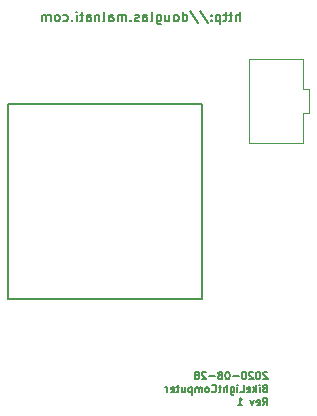
<source format=gbr>
G04 #@! TF.GenerationSoftware,KiCad,Pcbnew,(5.1.5)-3*
G04 #@! TF.CreationDate,2020-08-28T01:49:56-04:00*
G04 #@! TF.ProjectId,BikeLightComputer,42696b65-4c69-4676-9874-436f6d707574,rev?*
G04 #@! TF.SameCoordinates,Original*
G04 #@! TF.FileFunction,Legend,Bot*
G04 #@! TF.FilePolarity,Positive*
%FSLAX46Y46*%
G04 Gerber Fmt 4.6, Leading zero omitted, Abs format (unit mm)*
G04 Created by KiCad (PCBNEW (5.1.5)-3) date 2020-08-28 01:49:56*
%MOMM*%
%LPD*%
G04 APERTURE LIST*
%ADD10C,0.150000*%
%ADD11C,0.120000*%
%ADD12C,0.127000*%
G04 APERTURE END LIST*
D10*
X168380228Y-62343695D02*
X168380228Y-61530895D01*
X168031885Y-62343695D02*
X168031885Y-61917942D01*
X168070590Y-61840533D01*
X168148000Y-61801828D01*
X168264114Y-61801828D01*
X168341523Y-61840533D01*
X168380228Y-61879238D01*
X167760952Y-61801828D02*
X167451314Y-61801828D01*
X167644838Y-61530895D02*
X167644838Y-62227580D01*
X167606133Y-62304990D01*
X167528723Y-62343695D01*
X167451314Y-62343695D01*
X167296495Y-61801828D02*
X166986857Y-61801828D01*
X167180380Y-61530895D02*
X167180380Y-62227580D01*
X167141676Y-62304990D01*
X167064266Y-62343695D01*
X166986857Y-62343695D01*
X166715923Y-61801828D02*
X166715923Y-62614628D01*
X166715923Y-61840533D02*
X166638514Y-61801828D01*
X166483695Y-61801828D01*
X166406285Y-61840533D01*
X166367580Y-61879238D01*
X166328876Y-61956647D01*
X166328876Y-62188876D01*
X166367580Y-62266285D01*
X166406285Y-62304990D01*
X166483695Y-62343695D01*
X166638514Y-62343695D01*
X166715923Y-62304990D01*
X165980533Y-62266285D02*
X165941828Y-62304990D01*
X165980533Y-62343695D01*
X166019238Y-62304990D01*
X165980533Y-62266285D01*
X165980533Y-62343695D01*
X165980533Y-61840533D02*
X165941828Y-61879238D01*
X165980533Y-61917942D01*
X166019238Y-61879238D01*
X165980533Y-61840533D01*
X165980533Y-61917942D01*
X165012914Y-61492190D02*
X165709600Y-62537219D01*
X164161409Y-61492190D02*
X164858095Y-62537219D01*
X163542133Y-62343695D02*
X163542133Y-61530895D01*
X163542133Y-62304990D02*
X163619542Y-62343695D01*
X163774361Y-62343695D01*
X163851771Y-62304990D01*
X163890476Y-62266285D01*
X163929180Y-62188876D01*
X163929180Y-61956647D01*
X163890476Y-61879238D01*
X163851771Y-61840533D01*
X163774361Y-61801828D01*
X163619542Y-61801828D01*
X163542133Y-61840533D01*
X163038971Y-62343695D02*
X163116380Y-62304990D01*
X163155085Y-62266285D01*
X163193790Y-62188876D01*
X163193790Y-61956647D01*
X163155085Y-61879238D01*
X163116380Y-61840533D01*
X163038971Y-61801828D01*
X162922857Y-61801828D01*
X162845447Y-61840533D01*
X162806742Y-61879238D01*
X162768038Y-61956647D01*
X162768038Y-62188876D01*
X162806742Y-62266285D01*
X162845447Y-62304990D01*
X162922857Y-62343695D01*
X163038971Y-62343695D01*
X162071352Y-61801828D02*
X162071352Y-62343695D01*
X162419695Y-61801828D02*
X162419695Y-62227580D01*
X162380990Y-62304990D01*
X162303580Y-62343695D01*
X162187466Y-62343695D01*
X162110057Y-62304990D01*
X162071352Y-62266285D01*
X161335961Y-61801828D02*
X161335961Y-62459809D01*
X161374666Y-62537219D01*
X161413371Y-62575923D01*
X161490780Y-62614628D01*
X161606895Y-62614628D01*
X161684304Y-62575923D01*
X161335961Y-62304990D02*
X161413371Y-62343695D01*
X161568190Y-62343695D01*
X161645600Y-62304990D01*
X161684304Y-62266285D01*
X161723009Y-62188876D01*
X161723009Y-61956647D01*
X161684304Y-61879238D01*
X161645600Y-61840533D01*
X161568190Y-61801828D01*
X161413371Y-61801828D01*
X161335961Y-61840533D01*
X160832800Y-62343695D02*
X160910209Y-62304990D01*
X160948914Y-62227580D01*
X160948914Y-61530895D01*
X160174819Y-62343695D02*
X160174819Y-61917942D01*
X160213523Y-61840533D01*
X160290933Y-61801828D01*
X160445752Y-61801828D01*
X160523161Y-61840533D01*
X160174819Y-62304990D02*
X160252228Y-62343695D01*
X160445752Y-62343695D01*
X160523161Y-62304990D01*
X160561866Y-62227580D01*
X160561866Y-62150171D01*
X160523161Y-62072761D01*
X160445752Y-62034057D01*
X160252228Y-62034057D01*
X160174819Y-61995352D01*
X159826476Y-62304990D02*
X159749066Y-62343695D01*
X159594247Y-62343695D01*
X159516838Y-62304990D01*
X159478133Y-62227580D01*
X159478133Y-62188876D01*
X159516838Y-62111466D01*
X159594247Y-62072761D01*
X159710361Y-62072761D01*
X159787771Y-62034057D01*
X159826476Y-61956647D01*
X159826476Y-61917942D01*
X159787771Y-61840533D01*
X159710361Y-61801828D01*
X159594247Y-61801828D01*
X159516838Y-61840533D01*
X159129790Y-62266285D02*
X159091085Y-62304990D01*
X159129790Y-62343695D01*
X159168495Y-62304990D01*
X159129790Y-62266285D01*
X159129790Y-62343695D01*
X158742742Y-62343695D02*
X158742742Y-61801828D01*
X158742742Y-61879238D02*
X158704038Y-61840533D01*
X158626628Y-61801828D01*
X158510514Y-61801828D01*
X158433104Y-61840533D01*
X158394400Y-61917942D01*
X158394400Y-62343695D01*
X158394400Y-61917942D02*
X158355695Y-61840533D01*
X158278285Y-61801828D01*
X158162171Y-61801828D01*
X158084761Y-61840533D01*
X158046057Y-61917942D01*
X158046057Y-62343695D01*
X157310666Y-62343695D02*
X157310666Y-61917942D01*
X157349371Y-61840533D01*
X157426780Y-61801828D01*
X157581600Y-61801828D01*
X157659009Y-61840533D01*
X157310666Y-62304990D02*
X157388076Y-62343695D01*
X157581600Y-62343695D01*
X157659009Y-62304990D01*
X157697714Y-62227580D01*
X157697714Y-62150171D01*
X157659009Y-62072761D01*
X157581600Y-62034057D01*
X157388076Y-62034057D01*
X157310666Y-61995352D01*
X156807504Y-62343695D02*
X156884914Y-62304990D01*
X156923619Y-62227580D01*
X156923619Y-61530895D01*
X156497866Y-61801828D02*
X156497866Y-62343695D01*
X156497866Y-61879238D02*
X156459161Y-61840533D01*
X156381752Y-61801828D01*
X156265638Y-61801828D01*
X156188228Y-61840533D01*
X156149523Y-61917942D01*
X156149523Y-62343695D01*
X155414133Y-62343695D02*
X155414133Y-61917942D01*
X155452838Y-61840533D01*
X155530247Y-61801828D01*
X155685066Y-61801828D01*
X155762476Y-61840533D01*
X155414133Y-62304990D02*
X155491542Y-62343695D01*
X155685066Y-62343695D01*
X155762476Y-62304990D01*
X155801180Y-62227580D01*
X155801180Y-62150171D01*
X155762476Y-62072761D01*
X155685066Y-62034057D01*
X155491542Y-62034057D01*
X155414133Y-61995352D01*
X155143200Y-61801828D02*
X154833561Y-61801828D01*
X155027085Y-61530895D02*
X155027085Y-62227580D01*
X154988380Y-62304990D01*
X154910971Y-62343695D01*
X154833561Y-62343695D01*
X154562628Y-62343695D02*
X154562628Y-61801828D01*
X154562628Y-61530895D02*
X154601333Y-61569600D01*
X154562628Y-61608304D01*
X154523923Y-61569600D01*
X154562628Y-61530895D01*
X154562628Y-61608304D01*
X154175580Y-62266285D02*
X154136876Y-62304990D01*
X154175580Y-62343695D01*
X154214285Y-62304990D01*
X154175580Y-62266285D01*
X154175580Y-62343695D01*
X153440190Y-62304990D02*
X153517600Y-62343695D01*
X153672419Y-62343695D01*
X153749828Y-62304990D01*
X153788533Y-62266285D01*
X153827238Y-62188876D01*
X153827238Y-61956647D01*
X153788533Y-61879238D01*
X153749828Y-61840533D01*
X153672419Y-61801828D01*
X153517600Y-61801828D01*
X153440190Y-61840533D01*
X152975733Y-62343695D02*
X153053142Y-62304990D01*
X153091847Y-62266285D01*
X153130552Y-62188876D01*
X153130552Y-61956647D01*
X153091847Y-61879238D01*
X153053142Y-61840533D01*
X152975733Y-61801828D01*
X152859619Y-61801828D01*
X152782209Y-61840533D01*
X152743504Y-61879238D01*
X152704800Y-61956647D01*
X152704800Y-62188876D01*
X152743504Y-62266285D01*
X152782209Y-62304990D01*
X152859619Y-62343695D01*
X152975733Y-62343695D01*
X152356457Y-62343695D02*
X152356457Y-61801828D01*
X152356457Y-61879238D02*
X152317752Y-61840533D01*
X152240342Y-61801828D01*
X152124228Y-61801828D01*
X152046819Y-61840533D01*
X152008114Y-61917942D01*
X152008114Y-62343695D01*
X152008114Y-61917942D02*
X151969409Y-61840533D01*
X151892000Y-61801828D01*
X151775885Y-61801828D01*
X151698476Y-61840533D01*
X151659771Y-61917942D01*
X151659771Y-62343695D01*
X170723547Y-92082238D02*
X170693309Y-92052000D01*
X170632833Y-92021761D01*
X170481642Y-92021761D01*
X170421166Y-92052000D01*
X170390928Y-92082238D01*
X170360690Y-92142714D01*
X170360690Y-92203190D01*
X170390928Y-92293904D01*
X170753785Y-92656761D01*
X170360690Y-92656761D01*
X169967595Y-92021761D02*
X169907119Y-92021761D01*
X169846642Y-92052000D01*
X169816404Y-92082238D01*
X169786166Y-92142714D01*
X169755928Y-92263666D01*
X169755928Y-92414857D01*
X169786166Y-92535809D01*
X169816404Y-92596285D01*
X169846642Y-92626523D01*
X169907119Y-92656761D01*
X169967595Y-92656761D01*
X170028071Y-92626523D01*
X170058309Y-92596285D01*
X170088547Y-92535809D01*
X170118785Y-92414857D01*
X170118785Y-92263666D01*
X170088547Y-92142714D01*
X170058309Y-92082238D01*
X170028071Y-92052000D01*
X169967595Y-92021761D01*
X169514023Y-92082238D02*
X169483785Y-92052000D01*
X169423309Y-92021761D01*
X169272119Y-92021761D01*
X169211642Y-92052000D01*
X169181404Y-92082238D01*
X169151166Y-92142714D01*
X169151166Y-92203190D01*
X169181404Y-92293904D01*
X169544261Y-92656761D01*
X169151166Y-92656761D01*
X168758071Y-92021761D02*
X168697595Y-92021761D01*
X168637119Y-92052000D01*
X168606880Y-92082238D01*
X168576642Y-92142714D01*
X168546404Y-92263666D01*
X168546404Y-92414857D01*
X168576642Y-92535809D01*
X168606880Y-92596285D01*
X168637119Y-92626523D01*
X168697595Y-92656761D01*
X168758071Y-92656761D01*
X168818547Y-92626523D01*
X168848785Y-92596285D01*
X168879023Y-92535809D01*
X168909261Y-92414857D01*
X168909261Y-92263666D01*
X168879023Y-92142714D01*
X168848785Y-92082238D01*
X168818547Y-92052000D01*
X168758071Y-92021761D01*
X168274261Y-92414857D02*
X167790452Y-92414857D01*
X167367119Y-92021761D02*
X167306642Y-92021761D01*
X167246166Y-92052000D01*
X167215928Y-92082238D01*
X167185690Y-92142714D01*
X167155452Y-92263666D01*
X167155452Y-92414857D01*
X167185690Y-92535809D01*
X167215928Y-92596285D01*
X167246166Y-92626523D01*
X167306642Y-92656761D01*
X167367119Y-92656761D01*
X167427595Y-92626523D01*
X167457833Y-92596285D01*
X167488071Y-92535809D01*
X167518309Y-92414857D01*
X167518309Y-92263666D01*
X167488071Y-92142714D01*
X167457833Y-92082238D01*
X167427595Y-92052000D01*
X167367119Y-92021761D01*
X166792595Y-92293904D02*
X166853071Y-92263666D01*
X166883309Y-92233428D01*
X166913547Y-92172952D01*
X166913547Y-92142714D01*
X166883309Y-92082238D01*
X166853071Y-92052000D01*
X166792595Y-92021761D01*
X166671642Y-92021761D01*
X166611166Y-92052000D01*
X166580928Y-92082238D01*
X166550690Y-92142714D01*
X166550690Y-92172952D01*
X166580928Y-92233428D01*
X166611166Y-92263666D01*
X166671642Y-92293904D01*
X166792595Y-92293904D01*
X166853071Y-92324142D01*
X166883309Y-92354380D01*
X166913547Y-92414857D01*
X166913547Y-92535809D01*
X166883309Y-92596285D01*
X166853071Y-92626523D01*
X166792595Y-92656761D01*
X166671642Y-92656761D01*
X166611166Y-92626523D01*
X166580928Y-92596285D01*
X166550690Y-92535809D01*
X166550690Y-92414857D01*
X166580928Y-92354380D01*
X166611166Y-92324142D01*
X166671642Y-92293904D01*
X166278547Y-92414857D02*
X165794738Y-92414857D01*
X165522595Y-92082238D02*
X165492357Y-92052000D01*
X165431880Y-92021761D01*
X165280690Y-92021761D01*
X165220214Y-92052000D01*
X165189976Y-92082238D01*
X165159738Y-92142714D01*
X165159738Y-92203190D01*
X165189976Y-92293904D01*
X165552833Y-92656761D01*
X165159738Y-92656761D01*
X164796880Y-92293904D02*
X164857357Y-92263666D01*
X164887595Y-92233428D01*
X164917833Y-92172952D01*
X164917833Y-92142714D01*
X164887595Y-92082238D01*
X164857357Y-92052000D01*
X164796880Y-92021761D01*
X164675928Y-92021761D01*
X164615452Y-92052000D01*
X164585214Y-92082238D01*
X164554976Y-92142714D01*
X164554976Y-92172952D01*
X164585214Y-92233428D01*
X164615452Y-92263666D01*
X164675928Y-92293904D01*
X164796880Y-92293904D01*
X164857357Y-92324142D01*
X164887595Y-92354380D01*
X164917833Y-92414857D01*
X164917833Y-92535809D01*
X164887595Y-92596285D01*
X164857357Y-92626523D01*
X164796880Y-92656761D01*
X164675928Y-92656761D01*
X164615452Y-92626523D01*
X164585214Y-92596285D01*
X164554976Y-92535809D01*
X164554976Y-92414857D01*
X164585214Y-92354380D01*
X164615452Y-92324142D01*
X164675928Y-92293904D01*
X170481642Y-93426642D02*
X170390928Y-93456880D01*
X170360690Y-93487119D01*
X170330452Y-93547595D01*
X170330452Y-93638309D01*
X170360690Y-93698785D01*
X170390928Y-93729023D01*
X170451404Y-93759261D01*
X170693309Y-93759261D01*
X170693309Y-93124261D01*
X170481642Y-93124261D01*
X170421166Y-93154500D01*
X170390928Y-93184738D01*
X170360690Y-93245214D01*
X170360690Y-93305690D01*
X170390928Y-93366166D01*
X170421166Y-93396404D01*
X170481642Y-93426642D01*
X170693309Y-93426642D01*
X170058309Y-93759261D02*
X170058309Y-93335928D01*
X170058309Y-93124261D02*
X170088547Y-93154500D01*
X170058309Y-93184738D01*
X170028071Y-93154500D01*
X170058309Y-93124261D01*
X170058309Y-93184738D01*
X169755928Y-93759261D02*
X169755928Y-93124261D01*
X169695452Y-93517357D02*
X169514023Y-93759261D01*
X169514023Y-93335928D02*
X169755928Y-93577833D01*
X168999976Y-93729023D02*
X169060452Y-93759261D01*
X169181404Y-93759261D01*
X169241880Y-93729023D01*
X169272119Y-93668547D01*
X169272119Y-93426642D01*
X169241880Y-93366166D01*
X169181404Y-93335928D01*
X169060452Y-93335928D01*
X168999976Y-93366166D01*
X168969738Y-93426642D01*
X168969738Y-93487119D01*
X169272119Y-93547595D01*
X168395214Y-93759261D02*
X168697595Y-93759261D01*
X168697595Y-93124261D01*
X168183547Y-93759261D02*
X168183547Y-93335928D01*
X168183547Y-93124261D02*
X168213785Y-93154500D01*
X168183547Y-93184738D01*
X168153309Y-93154500D01*
X168183547Y-93124261D01*
X168183547Y-93184738D01*
X167609023Y-93335928D02*
X167609023Y-93849976D01*
X167639261Y-93910452D01*
X167669500Y-93940690D01*
X167729976Y-93970928D01*
X167820690Y-93970928D01*
X167881166Y-93940690D01*
X167609023Y-93729023D02*
X167669500Y-93759261D01*
X167790452Y-93759261D01*
X167850928Y-93729023D01*
X167881166Y-93698785D01*
X167911404Y-93638309D01*
X167911404Y-93456880D01*
X167881166Y-93396404D01*
X167850928Y-93366166D01*
X167790452Y-93335928D01*
X167669500Y-93335928D01*
X167609023Y-93366166D01*
X167306642Y-93759261D02*
X167306642Y-93124261D01*
X167034500Y-93759261D02*
X167034500Y-93426642D01*
X167064738Y-93366166D01*
X167125214Y-93335928D01*
X167215928Y-93335928D01*
X167276404Y-93366166D01*
X167306642Y-93396404D01*
X166822833Y-93335928D02*
X166580928Y-93335928D01*
X166732119Y-93124261D02*
X166732119Y-93668547D01*
X166701880Y-93729023D01*
X166641404Y-93759261D01*
X166580928Y-93759261D01*
X166006404Y-93698785D02*
X166036642Y-93729023D01*
X166127357Y-93759261D01*
X166187833Y-93759261D01*
X166278547Y-93729023D01*
X166339023Y-93668547D01*
X166369261Y-93608071D01*
X166399500Y-93487119D01*
X166399500Y-93396404D01*
X166369261Y-93275452D01*
X166339023Y-93214976D01*
X166278547Y-93154500D01*
X166187833Y-93124261D01*
X166127357Y-93124261D01*
X166036642Y-93154500D01*
X166006404Y-93184738D01*
X165643547Y-93759261D02*
X165704023Y-93729023D01*
X165734261Y-93698785D01*
X165764500Y-93638309D01*
X165764500Y-93456880D01*
X165734261Y-93396404D01*
X165704023Y-93366166D01*
X165643547Y-93335928D01*
X165552833Y-93335928D01*
X165492357Y-93366166D01*
X165462119Y-93396404D01*
X165431880Y-93456880D01*
X165431880Y-93638309D01*
X165462119Y-93698785D01*
X165492357Y-93729023D01*
X165552833Y-93759261D01*
X165643547Y-93759261D01*
X165159738Y-93759261D02*
X165159738Y-93335928D01*
X165159738Y-93396404D02*
X165129500Y-93366166D01*
X165069023Y-93335928D01*
X164978309Y-93335928D01*
X164917833Y-93366166D01*
X164887595Y-93426642D01*
X164887595Y-93759261D01*
X164887595Y-93426642D02*
X164857357Y-93366166D01*
X164796880Y-93335928D01*
X164706166Y-93335928D01*
X164645690Y-93366166D01*
X164615452Y-93426642D01*
X164615452Y-93759261D01*
X164313071Y-93335928D02*
X164313071Y-93970928D01*
X164313071Y-93366166D02*
X164252595Y-93335928D01*
X164131642Y-93335928D01*
X164071166Y-93366166D01*
X164040928Y-93396404D01*
X164010690Y-93456880D01*
X164010690Y-93638309D01*
X164040928Y-93698785D01*
X164071166Y-93729023D01*
X164131642Y-93759261D01*
X164252595Y-93759261D01*
X164313071Y-93729023D01*
X163466404Y-93335928D02*
X163466404Y-93759261D01*
X163738547Y-93335928D02*
X163738547Y-93668547D01*
X163708309Y-93729023D01*
X163647833Y-93759261D01*
X163557119Y-93759261D01*
X163496642Y-93729023D01*
X163466404Y-93698785D01*
X163254738Y-93335928D02*
X163012833Y-93335928D01*
X163164023Y-93124261D02*
X163164023Y-93668547D01*
X163133785Y-93729023D01*
X163073309Y-93759261D01*
X163012833Y-93759261D01*
X162559261Y-93729023D02*
X162619738Y-93759261D01*
X162740690Y-93759261D01*
X162801166Y-93729023D01*
X162831404Y-93668547D01*
X162831404Y-93426642D01*
X162801166Y-93366166D01*
X162740690Y-93335928D01*
X162619738Y-93335928D01*
X162559261Y-93366166D01*
X162529023Y-93426642D01*
X162529023Y-93487119D01*
X162831404Y-93547595D01*
X162256880Y-93759261D02*
X162256880Y-93335928D01*
X162256880Y-93456880D02*
X162226642Y-93396404D01*
X162196404Y-93366166D01*
X162135928Y-93335928D01*
X162075452Y-93335928D01*
X170330452Y-94861761D02*
X170542119Y-94559380D01*
X170693309Y-94861761D02*
X170693309Y-94226761D01*
X170451404Y-94226761D01*
X170390928Y-94257000D01*
X170360690Y-94287238D01*
X170330452Y-94347714D01*
X170330452Y-94438428D01*
X170360690Y-94498904D01*
X170390928Y-94529142D01*
X170451404Y-94559380D01*
X170693309Y-94559380D01*
X169816404Y-94831523D02*
X169876880Y-94861761D01*
X169997833Y-94861761D01*
X170058309Y-94831523D01*
X170088547Y-94771047D01*
X170088547Y-94529142D01*
X170058309Y-94468666D01*
X169997833Y-94438428D01*
X169876880Y-94438428D01*
X169816404Y-94468666D01*
X169786166Y-94529142D01*
X169786166Y-94589619D01*
X170088547Y-94650095D01*
X169574500Y-94438428D02*
X169423309Y-94861761D01*
X169272119Y-94438428D01*
X168213785Y-94861761D02*
X168576642Y-94861761D01*
X168395214Y-94861761D02*
X168395214Y-94226761D01*
X168455690Y-94317476D01*
X168516166Y-94377952D01*
X168576642Y-94408190D01*
D11*
X169164000Y-72644000D02*
X169164000Y-65532000D01*
X173736000Y-72644000D02*
X169164000Y-72644000D01*
X173736000Y-70104000D02*
X173736000Y-72644000D01*
X174244000Y-70104000D02*
X173736000Y-70104000D01*
X174244000Y-68072000D02*
X174244000Y-70104000D01*
X173736000Y-68072000D02*
X174244000Y-68072000D01*
X173736000Y-65532000D02*
X173736000Y-68072000D01*
X169164000Y-65532000D02*
X173736000Y-65532000D01*
D12*
X148780500Y-69342000D02*
X148780500Y-85852000D01*
X148780500Y-85852000D02*
X165209220Y-85852000D01*
X165209220Y-69342000D02*
X148780500Y-69342000D01*
X165209220Y-85852000D02*
X165209220Y-69342000D01*
M02*

</source>
